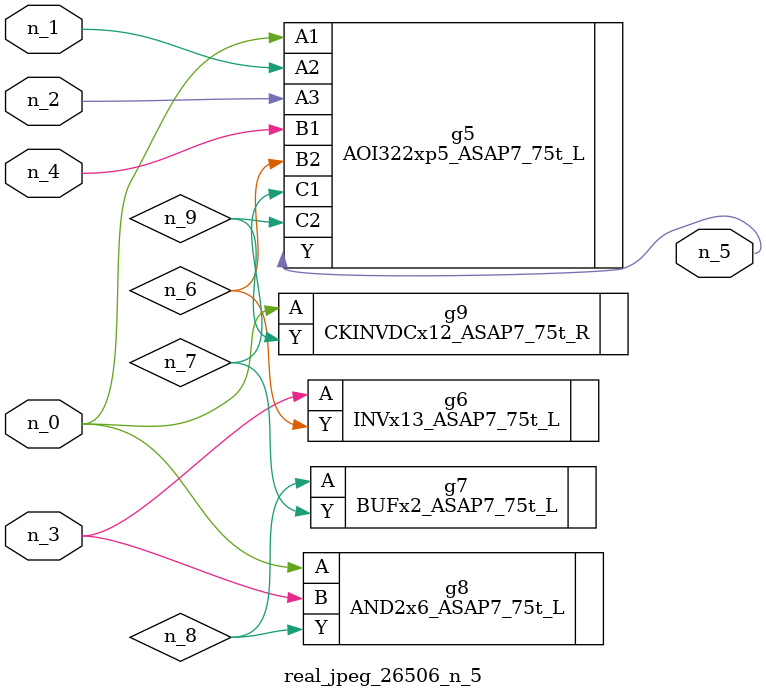
<source format=v>
module real_jpeg_26506_n_5 (n_4, n_0, n_1, n_2, n_3, n_5);

input n_4;
input n_0;
input n_1;
input n_2;
input n_3;

output n_5;

wire n_8;
wire n_6;
wire n_7;
wire n_9;

AOI322xp5_ASAP7_75t_L g5 ( 
.A1(n_0),
.A2(n_1),
.A3(n_2),
.B1(n_4),
.B2(n_6),
.C1(n_7),
.C2(n_9),
.Y(n_5)
);

AND2x6_ASAP7_75t_L g8 ( 
.A(n_0),
.B(n_3),
.Y(n_8)
);

CKINVDCx12_ASAP7_75t_R g9 ( 
.A(n_0),
.Y(n_9)
);

INVx13_ASAP7_75t_L g6 ( 
.A(n_3),
.Y(n_6)
);

BUFx2_ASAP7_75t_L g7 ( 
.A(n_8),
.Y(n_7)
);


endmodule
</source>
